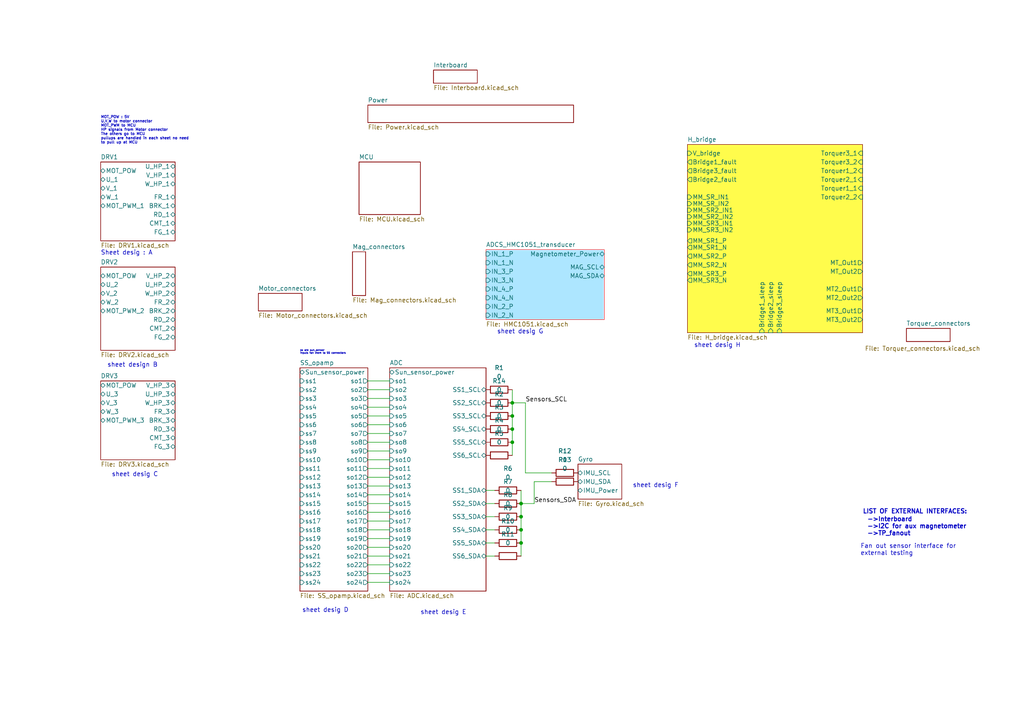
<source format=kicad_sch>
(kicad_sch (version 20211123) (generator eeschema)
  (paper "A4")
  (lib_symbols
    (symbol "Device:R" (pin_numbers hide) (pin_names (offset 0))
      (property "Reference" "R" (at 2.032 0 90))
      (property "Value" "R" (at 0 0 90))
      (symbol "R_0_1"
        (rectangle (start -1.016 -2.54) (end 1.016 2.54) (stroke (width 0.254)))
      )
      (symbol "R_1_1"
        (pin passive line (at 0 3.81 270) (length 1.27) (name "~") (number "1"))
        (pin passive line (at 0 -3.81 90) (length 1.27) (name "~") (number "2"))
      )
    )
  )
  (junction (at 148.59 120.65))
  (junction (at 148.59 116.84))
  (junction (at 148.59 128.27))
  (junction (at 151.13 157.48))
  (junction (at 151.13 146.05))
  (junction (at 151.13 153.67))
  (junction (at 151.13 149.86))
  (junction (at 148.59 124.46))
  (wire (pts (xy 148.59 113.03) (xy 148.59 116.84)))
  (wire (pts (xy 106.68 125.73) (xy 113.03 125.73)))
  (wire (pts (xy 106.68 138.43) (xy 113.03 138.43)))
  (wire (pts (xy 106.68 128.27) (xy 113.03 128.27)))
  (wire (pts (xy 106.68 148.59) (xy 113.03 148.59)))
  (wire (pts (xy 151.13 157.48) (xy 151.13 161.29)))
  (wire (pts (xy 148.59 116.84) (xy 148.59 120.65)))
  (wire (pts (xy 148.59 120.65) (xy 148.59 124.46)))
  (wire (pts (xy 151.13 142.24) (xy 151.13 146.05)))
  (wire (pts (xy 106.68 168.91) (xy 113.03 168.91)))
  (wire (pts (xy 106.68 140.97) (xy 113.03 140.97)))
  (wire (pts (xy 106.68 151.13) (xy 113.03 151.13)))
  (wire (pts (xy 106.68 133.35) (xy 113.03 133.35)))
  (wire (pts (xy 148.59 128.27) (xy 148.59 132.08)))
  (wire (pts (xy 154.94 139.7) (xy 154.94 146.05)))
  (wire (pts (xy 140.97 161.29) (xy 143.51 161.29)))
  (wire (pts (xy 106.68 120.65) (xy 113.03 120.65)))
  (wire (pts (xy 160.02 137.16) (xy 152.4 137.16)))
  (wire (pts (xy 106.68 110.49) (xy 113.03 110.49)))
  (wire (pts (xy 106.68 130.81) (xy 113.03 130.81)))
  (wire (pts (xy 106.68 163.83) (xy 113.03 163.83)))
  (wire (pts (xy 160.02 139.7) (xy 154.94 139.7)))
  (wire (pts (xy 140.97 153.67) (xy 143.51 153.67)))
  (wire (pts (xy 140.97 157.48) (xy 143.51 157.48)))
  (wire (pts (xy 106.68 153.67) (xy 113.03 153.67)))
  (wire (pts (xy 106.68 115.57) (xy 113.03 115.57)))
  (wire (pts (xy 106.68 166.37) (xy 113.03 166.37)))
  (wire (pts (xy 106.68 123.19) (xy 113.03 123.19)))
  (wire (pts (xy 106.68 135.89) (xy 113.03 135.89)))
  (wire (pts (xy 148.59 124.46) (xy 148.59 128.27)))
  (wire (pts (xy 151.13 146.05) (xy 154.94 146.05)))
  (wire (pts (xy 106.68 161.29) (xy 113.03 161.29)))
  (wire (pts (xy 152.4 137.16) (xy 152.4 116.84)))
  (wire (pts (xy 140.97 146.05) (xy 143.51 146.05)))
  (wire (pts (xy 140.97 142.24) (xy 143.51 142.24)))
  (wire (pts (xy 151.13 146.05) (xy 151.13 149.86)))
  (wire (pts (xy 148.59 116.84) (xy 152.4 116.84)))
  (wire (pts (xy 106.68 158.75) (xy 113.03 158.75)))
  (wire (pts (xy 106.68 113.03) (xy 113.03 113.03)))
  (wire (pts (xy 106.68 146.05) (xy 113.03 146.05)))
  (wire (pts (xy 151.13 153.67) (xy 151.13 157.48)))
  (wire (pts (xy 140.97 149.86) (xy 143.51 149.86)))
  (wire (pts (xy 106.68 143.51) (xy 113.03 143.51)))
  (wire (pts (xy 106.68 156.21) (xy 113.03 156.21)))
  (wire (pts (xy 151.13 149.86) (xy 151.13 153.67)))
  (wire (pts (xy 106.68 118.11) (xy 113.03 118.11)))
  (text "ss are sun_sensor \ninputs fan them to SS connectors\n" (at 86.995 102.87 0) (effects (font (size 0.508 0.508)) (justify left bottom)))
  (text "Sheet desig : A\n\n" (at 29.21 76.2 0) (effects (font (size 1.27 1.27)) (justify left bottom)))
  (text "sheet desig D\n" (at 87.63 177.8 0) (effects (font (size 1.27 1.27)) (justify left bottom)))
  (text "->Interboard\n->I2C for aux magnetometer\n->TP_fanout" (at 251.46 155.575 0) (effects (font (size 1.27 1.27) bold) (justify left bottom)))
  (text "sheet design B\n" (at 31.115 106.68 0) (effects (font (size 1.27 1.27)) (justify left bottom)))
  (text "sheet desig G\n\n" (at 144.145 99.06 0) (effects (font (size 1.27 1.27)) (justify left bottom)))
  (text "sheet desig E\n" (at 121.92 178.435 0) (effects (font (size 1.27 1.27)) (justify left bottom)))
  (text "sheet desig F" (at 183.515 141.605 0) (effects (font (size 1.27 1.27)) (justify left bottom)))
  (text "Fan out sensor interface for \nexternal testing \n" (at 249.555 161.29 0) (effects (font (size 1.27 1.27)) (justify left bottom)))
  (text "sheet desig C \n" (at 32.385 138.43 0) (effects (font (size 1.27 1.27)) (justify left bottom)))
  (text "MOT_POW : 5V \nU,V,W to motor connector\nMOT_PWM to MCU\nHP signals from Motor connector\nThe others go to MCU \npullups are handled in each sheet no need \nto pull up at MCU \n" (at 29.21 41.91 0) (effects (font (size 0.762 0.762)) (justify left bottom)))
  (text "LIST OF EXTERNAL INTERFACES:\n" (at 250.19 149.225 0) (effects (font (size 1.27 1.27) (thickness 0.254) bold) (justify left bottom)))
  (text "sheet desig H\n" (at 201.295 100.965 0) (effects (font (size 1.27 1.27)) (justify left bottom)))
  (label "Sensors_SDA" (at 154.94 146.05 0))
  (label "Sensors_SCL" (at 152.4 116.84 0))
  (symbol (lib_id "Device:R") (at 163.83 139.7 90) (unit 1)
    (property "Reference" "R13" (at 163.83 133.35 90))
    (property "Value" "0" (at 163.83 135.89 90))
  )
  (symbol (lib_id "Device:R") (at 144.78 124.46 90) (unit 1)
    (property "Reference" "R3" (at 144.78 118.11 90))
    (property "Value" "0" (at 144.78 120.65 90))
  )
  (symbol (lib_id "Device:R") (at 144.78 128.27 90) (unit 1)
    (property "Reference" "R4" (at 144.78 121.92 90))
    (property "Value" "0" (at 144.78 124.46 90))
  )
  (symbol (lib_id "Device:R") (at 147.32 142.24 90) (unit 1)
    (property "Reference" "R6" (at 147.32 135.89 90))
    (property "Value" "0" (at 147.32 138.43 90))
  )
  (symbol (lib_id "Device:R") (at 144.78 132.08 90) (unit 1)
    (property "Reference" "R5" (at 144.78 125.73 90))
    (property "Value" "0" (at 144.78 128.27 90))
  )
  (symbol (lib_id "Device:R") (at 147.32 149.86 90) (unit 1)
    (property "Reference" "R8" (at 147.32 143.51 90))
    (property "Value" "0" (at 147.32 146.05 90))
  )
  (symbol (lib_id "Device:R") (at 147.32 157.48 90) (unit 1)
    (property "Reference" "R10" (at 147.32 151.13 90))
    (property "Value" "0" (at 147.32 153.67 90))
  )
  (symbol (lib_id "Device:R") (at 163.83 137.16 90) (unit 1)
    (property "Reference" "R12" (at 163.83 130.81 90))
    (property "Value" "0" (at 163.83 133.35 90))
  )
  (symbol (lib_id "Device:R") (at 144.78 120.65 90) (unit 1)
    (property "Reference" "R2" (at 144.78 114.3 90))
    (property "Value" "0" (at 144.78 116.84 90))
  )
  (symbol (lib_id "Device:R") (at 147.32 146.05 90) (unit 1)
    (property "Reference" "R7" (at 147.32 139.7 90))
    (property "Value" "0" (at 147.32 142.24 90))
  )
  (symbol (lib_id "Device:R") (at 144.78 113.03 90) (unit 1)
    (property "Reference" "R1" (at 144.78 106.68 90))
    (property "Value" "0" (at 144.78 109.22 90))
  )
  (symbol (lib_id "Device:R") (at 147.32 153.67 90) (unit 1)
    (property "Reference" "R9" (at 147.32 147.32 90))
    (property "Value" "0" (at 147.32 149.86 90))
  )
  (symbol (lib_id "Device:R") (at 144.78 116.84 90) (unit 1)
    (property "Reference" "R14" (at 144.78 110.49 90))
    (property "Value" "0" (at 144.78 113.03 90))
  )
  (symbol (lib_id "Device:R") (at 147.32 161.29 90) (unit 1)
    (property "Reference" "R11" (at 147.32 154.94 90))
    (property "Value" "0" (at 147.32 157.48 90))
  )
  (sheet (at 104.14 46.99) (size 17.78 15.24) (stroke (width 0.1524))
    (property "Sheet name" "MCU" (at 104.14 46.2784 0) (effects (justify left bottom)))
    (property "Sheet file" "MCU.kicad_sch" (at 104.14 62.8146 0) (effects (justify left top)))
  )
  (sheet (at 74.93 85.09) (size 12.7 5.08) (stroke (width 0.1524))
    (property "Sheet name" "Motor_connectors" (at 74.93 84.3784 0) (effects (justify left bottom)))
    (property "Sheet file" "Motor_connectors.kicad_sch" (at 74.93 90.7546 0) (effects (justify left top)))
  )
  (sheet (at 262.89 95.25) (size 12.7 3.81) (stroke (width 0.1524))
    (property "Sheet name" "Torquer_connectors" (at 262.89 94.5384 0) (effects (justify left bottom)))
    (property "Sheet file" "Torquer_connectors.kicad_sch" (at 250.825 100.33 0) (effects (justify left top)))
  )
  (sheet (at 113.03 106.68) (size 27.94 64.77) (stroke (width 0.1524))
    (property "Sheet name" "ADC" (at 113.03 105.9684 0) (effects (justify left bottom)))
    (property "Sheet file" "ADC.kicad_sch" (at 113.03 172.0346 0) (effects (justify left top)))
    (pin "SS2_SDA" bidirectional (at 140.97 146.05 0))
    (pin "SS2_SCL" bidirectional (at 140.97 116.84 0))
    (pin "Sun_sensor_power" bidirectional (at 113.03 107.95 180))
    (pin "so5" input (at 113.03 120.65 180))
    (pin "so7" input (at 113.03 125.73 180))
    (pin "so6" input (at 113.03 123.19 180))
    (pin "so8" input (at 113.03 128.27 180))
    (pin "so17" input (at 113.03 151.13 180))
    (pin "so18" input (at 113.03 153.67 180))
    (pin "so20" input (at 113.03 158.75 180))
    (pin "so19" input (at 113.03 156.21 180))
    (pin "SS5_SCL" bidirectional (at 140.97 128.27 0))
    (pin "SS5_SDA" bidirectional (at 140.97 157.48 0))
    (pin "so21" input (at 113.03 161.29 180))
    (pin "so22" input (at 113.03 163.83 180))
    (pin "so23" input (at 113.03 166.37 180))
    (pin "so24" input (at 113.03 168.91 180))
    (pin "so4" input (at 113.03 118.11 180))
    (pin "so3" input (at 113.03 115.57 180))
    (pin "so12" input (at 113.03 138.43 180))
    (pin "so11" input (at 113.03 135.89 180))
    (pin "so9" input (at 113.03 130.81 180))
    (pin "SS3_SDA" bidirectional (at 140.97 149.86 0))
    (pin "SS3_SCL" bidirectional (at 140.97 120.65 0))
    (pin "SS6_SDA" bidirectional (at 140.97 161.29 0))
    (pin "SS6_SCL" bidirectional (at 140.97 132.08 0))
    (pin "so10" input (at 113.03 133.35 180))
    (pin "so13" input (at 113.03 140.97 180))
    (pin "SS4_SDA" bidirectional (at 140.97 153.67 0))
    (pin "SS4_SCL" bidirectional (at 140.97 124.46 0))
    (pin "so15" input (at 113.03 146.05 180))
    (pin "so14" input (at 113.03 143.51 180))
    (pin "so16" input (at 113.03 148.59 180))
    (pin "so1" input (at 113.03 110.49 180))
    (pin "SS1_SDA" bidirectional (at 140.97 142.24 0))
    (pin "SS1_SCL" bidirectional (at 140.97 113.03 0))
    (pin "so2" input (at 113.03 113.03 180))
  )
  (sheet (at 29.21 110.49) (size 21.59 22.86) (stroke (width 0.1524))
    (property "Sheet name" "DRV3" (at 29.21 109.7784 0) (effects (justify left bottom)))
    (property "Sheet file" "DRV3.kicad_sch" (at 29.21 133.9346 0) (effects (justify left top)))
    (pin "W_3" bidirectional (at 29.21 119.38 180))
    (pin "RD_3" bidirectional (at 50.8 124.46 0))
    (pin "CMT_3" bidirectional (at 50.8 127 0))
    (pin "BRK_3" bidirectional (at 50.8 121.92 0))
    (pin "MOT_PWM_3" bidirectional (at 29.21 121.92 180))
    (pin "U_3" bidirectional (at 29.21 114.3 180))
    (pin "FG_3" bidirectional (at 50.8 129.54 0))
    (pin "FR_3" bidirectional (at 50.8 119.38 0))
    (pin "MOT_POW" bidirectional (at 29.21 111.76 180))
    (pin "V_3" bidirectional (at 29.21 116.84 180))
    (pin "V_HP_3" bidirectional (at 50.8 111.76 0))
    (pin "W_HP_3" bidirectional (at 50.8 116.84 0))
    (pin "U_HP_3" bidirectional (at 50.8 114.3 0))
  )
  (sheet (at 29.21 46.99) (size 21.59 22.86) (stroke (width 0.1524))
    (property "Sheet name" "DRV1" (at 29.21 46.2784 0) (effects (justify left bottom)))
    (property "Sheet file" "DRV1.kicad_sch" (at 29.21 70.4346 0) (effects (justify left top)))
    (pin "MOT_POW" bidirectional (at 29.21 49.53 180))
    (pin "W_1" bidirectional (at 29.21 57.15 180))
    (pin "V_HP_1" bidirectional (at 50.8 50.8 0))
    (pin "U_HP_1" bidirectional (at 50.8 48.26 0))
    (pin "W_HP_1" bidirectional (at 50.8 53.34 0))
    (pin "FR_1" bidirectional (at 50.8 57.15 0))
    (pin "BRK_1" bidirectional (at 50.8 59.69 0))
    (pin "RD_1" bidirectional (at 50.8 62.23 0))
    (pin "MOT_PWM_1" bidirectional (at 29.21 59.69 180))
    (pin "CMT_1" bidirectional (at 50.8 64.77 0))
    (pin "FG_1" bidirectional (at 50.8 67.31 0))
    (pin "V_1" bidirectional (at 29.21 54.61 180))
    (pin "U_1" bidirectional (at 29.21 52.07 180))
  )
  (sheet (at 125.73 20.32) (size 12.7 3.81) (stroke (width 0.1524))
    (property "Sheet name" "Interboard" (at 125.73 19.6084 0) (effects (justify left bottom)))
    (property "Sheet file" "Interboard.kicad_sch" (at 125.73 24.7146 0) (effects (justify left top)))
  )
  (sheet (at 102.235 73.025) (size 3.81 12.7) (stroke (width 0.1524))
    (property "Sheet name" "Mag_connectors" (at 102.235 72.3134 0) (effects (justify left bottom)))
    (property "Sheet file" "Mag_connectors.kicad_sch" (at 102.235 86.3096 0) (effects (justify left top)))
  )
  (sheet (at 140.97 72.39) (size 34.29 20.32) (stroke (width 0.1524) (color 255 46 44 1)) (fill (color 173 230 255 1.0000))
    (property "Sheet name" "ADCS_HMC1051_transducer" (at 140.97 71.6784 0) (effects (justify left bottom)))
    (property "Sheet file" "HMC1051.kicad_sch" (at 140.97 93.2946 0) (effects (justify left top)))
    (pin "IN_1_P" input (at 140.97 73.66 180))
    (pin "IN_1_N" input (at 140.97 76.2 180))
    (pin "IN_3_P" input (at 140.97 78.74 180))
    (pin "IN_3_N" input (at 140.97 81.28 180))
    (pin "IN_4_P" input (at 140.97 83.82 180))
    (pin "IN_4_N" input (at 140.97 86.36 180))
    (pin "MAG_SCL" bidirectional (at 175.26 77.47 0))
    (pin "MAG_SDA" bidirectional (at 175.26 80.01 0))
    (pin "Magnetometer_Power" bidirectional (at 175.26 73.66 0))
    (pin "IN_2_P" input (at 140.97 88.9 180))
    (pin "IN_2_N" input (at 140.97 91.44 180))
  )
  (sheet (at 167.64 134.62) (size 12.7 10.16) (stroke (width 0.1524))
    (property "Sheet name" "Gyro" (at 167.64 133.9084 0) (effects (justify left bottom)))
    (property "Sheet file" "Gyro.kicad_sch" (at 167.64 145.3646 0) (effects (justify left top)))
    (pin "IMU_SCL" bidirectional (at 167.64 137.16 180))
    (pin "IMU_SDA" bidirectional (at 167.64 139.7 180))
    (pin "IMU_Power" bidirectional (at 167.64 142.24 180))
  )
  (sheet (at 199.39 41.91) (size 50.8 54.61) (stroke (width 0.1524)) (fill (color 255 252 76 1.0000))
    (property "Sheet name" "H_bridge" (at 199.39 41.1984 0) (effects (justify left bottom)))
    (property "Sheet file" "H_bridge.kicad_sch" (at 199.39 97.1046 0) (effects (justify left top)))
    (pin "V_bridge" input (at 199.39 44.45 180))
    (pin "Bridge2_fault" output (at 199.39 52.07 180))
    (pin "MT2_Out1" output (at 250.19 83.82 0))
    (pin "MT_Out1" output (at 250.19 76.2 0))
    (pin "MT2_Out2" output (at 250.19 86.36 0))
    (pin "MT_Out2" output (at 250.19 78.74 0))
    (pin "MM_SR3_IN1" input (at 199.39 64.77 180))
    (pin "MM_SR2_IN2" input (at 199.39 62.865 180))
    (pin "MM_SR2_IN1" input (at 199.39 60.96 180))
    (pin "MM_SR3_IN2" input (at 199.39 66.675 180))
    (pin "Bridge3_fault" output (at 199.39 49.53 180))
    (pin "MM_SR3_N" output (at 199.39 81.28 180))
    (pin "MM_SR2_N" output (at 199.39 76.835 180))
    (pin "MM_SR3_P" output (at 199.39 79.375 180))
    (pin "MM_SR2_P" output (at 199.39 74.295 180))
    (pin "Bridge1_fault" output (at 199.39 46.99 180))
    (pin "MM_SR_IN2" input (at 199.39 59.055 180))
    (pin "Torquer3_1" input (at 250.19 44.45 0))
    (pin "Torquer3_2" input (at 250.19 46.99 0))
    (pin "MM_SR_IN1" input (at 199.39 57.15 180))
    (pin "MT3_Out2" output (at 250.19 92.71 0))
    (pin "MM_SR1_P" output (at 199.39 69.85 180))
    (pin "MT3_Out1" output (at 250.19 90.17 0))
    (pin "MM_SR1_N" output (at 199.39 71.755 180))
    (pin "Bridge1_sleep" input (at 220.98 96.52 270))
    (pin "Torquer1_2" input (at 250.19 49.53 0))
    (pin "Torquer2_1" input (at 250.19 52.07 0))
    (pin "Torquer1_1" input (at 250.19 54.61 0))
    (pin "Torquer2_2" input (at 250.19 57.15 0))
    (pin "Bridge3_sleep" input (at 226.06 96.52 270))
    (pin "Bridge2_sleep" input (at 223.52 96.52 270))
  )
  (sheet (at 86.995 106.68) (size 19.685 64.77) (stroke (width 0.1524))
    (property "Sheet name" "SS_opamp" (at 86.995 105.9684 0) (effects (justify left bottom)))
    (property "Sheet file" "SS_opamp.kicad_sch" (at 86.995 172.0346 0) (effects (justify left top)))
    (pin "so13" output (at 106.68 140.97 0))
    (pin "ss15" input (at 86.995 146.05 180))
    (pin "ss14" input (at 86.995 143.51 180))
    (pin "so15" output (at 106.68 146.05 0))
    (pin "ss16" input (at 86.995 148.59 180))
    (pin "ss13" input (at 86.995 140.97 180))
    (pin "ss17" input (at 86.995 151.13 180))
    (pin "so14" output (at 106.68 143.51 0))
    (pin "so19" output (at 106.68 156.21 0))
    (pin "so16" output (at 106.68 148.59 0))
    (pin "ss19" input (at 86.995 156.21 180))
    (pin "so1" output (at 106.68 110.49 0))
    (pin "ss1" input (at 86.995 110.49 180))
    (pin "ss2" input (at 86.995 113.03 180))
    (pin "so2" output (at 106.68 113.03 0))
    (pin "so4" output (at 106.68 118.11 0))
    (pin "ss3" input (at 86.995 115.57 180))
    (pin "ss4" input (at 86.995 118.11 180))
    (pin "so3" output (at 106.68 115.57 0))
    (pin "Sun_sensor_power" bidirectional (at 86.995 107.95 180))
    (pin "so17" output (at 106.68 151.13 0))
    (pin "so7" output (at 106.68 125.73 0))
    (pin "ss7" input (at 86.995 125.73 180))
    (pin "ss18" input (at 86.995 153.67 180))
    (pin "so18" output (at 106.68 153.67 0))
    (pin "ss21" input (at 86.995 161.29 180))
    (pin "ss20" input (at 86.995 158.75 180))
    (pin "so20" output (at 106.68 158.75 0))
    (pin "so10" output (at 106.68 133.35 0))
    (pin "ss10" input (at 86.995 133.35 180))
    (pin "so11" output (at 106.68 135.89 0))
    (pin "ss12" input (at 86.995 138.43 180))
    (pin "so9" output (at 106.68 130.81 0))
    (pin "so6" output (at 106.68 123.19 0))
    (pin "ss9" input (at 86.995 130.81 180))
    (pin "ss11" input (at 86.995 135.89 180))
    (pin "so22" output (at 106.68 163.83 0))
    (pin "so24" output (at 106.68 168.91 0))
    (pin "ss22" input (at 86.995 163.83 180))
    (pin "so23" output (at 106.68 166.37 0))
    (pin "ss24" input (at 86.995 168.91 180))
    (pin "so21" output (at 106.68 161.29 0))
    (pin "ss23" input (at 86.995 166.37 180))
    (pin "ss5" input (at 86.995 120.65 180))
    (pin "ss8" input (at 86.995 128.27 180))
    (pin "ss6" input (at 86.995 123.19 180))
    (pin "so5" output (at 106.68 120.65 0))
    (pin "so8" output (at 106.68 128.27 0))
    (pin "so12" output (at 106.68 138.43 0))
  )
  (sheet (at 106.68 30.48) (size 59.69 5.08) (stroke (width 0.1524))
    (property "Sheet name" "Power" (at 106.68 29.7684 0) (effects (justify left bottom)))
    (property "Sheet file" "Power.kicad_sch" (at 106.68 36.1446 0) (effects (justify left top)))
  )
  (sheet (at 29.21 77.47) (size 21.59 24.13) (stroke (width 0.1524))
    (property "Sheet name" "DRV2" (at 29.21 76.7584 0) (effects (justify left bottom)))
    (property "Sheet file" "DRV2.kicad_sch" (at 29.21 102.1846 0) (effects (justify left top)))
    (pin "W_HP_2" bidirectional (at 50.8 85.09 0))
    (pin "V_HP_2" bidirectional (at 50.8 80.01 0))
    (pin "U_HP_2" bidirectional (at 50.8 82.55 0))
    (pin "W_2" bidirectional (at 29.21 87.63 180))
    (pin "BRK_2" bidirectional (at 50.8 90.17 0))
    (pin "CMT_2" bidirectional (at 50.8 95.25 0))
    (pin "MOT_PWM_2" bidirectional (at 29.21 90.17 180))
    (pin "RD_2" bidirectional (at 50.8 92.71 0))
    (pin "MOT_POW" bidirectional (at 29.21 80.01 180))
    (pin "FR_2" bidirectional (at 50.8 87.63 0))
    (pin "FG_2" bidirectional (at 50.8 97.79 0))
    (pin "U_2" bidirectional (at 29.21 82.55 180))
    (pin "V_2" bidirectional (at 29.21 85.09 180))
  )
)
</source>
